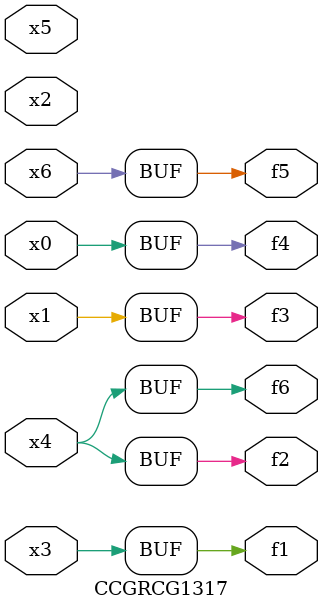
<source format=v>
module CCGRCG1317(
	input x0, x1, x2, x3, x4, x5, x6,
	output f1, f2, f3, f4, f5, f6
);
	assign f1 = x3;
	assign f2 = x4;
	assign f3 = x1;
	assign f4 = x0;
	assign f5 = x6;
	assign f6 = x4;
endmodule

</source>
